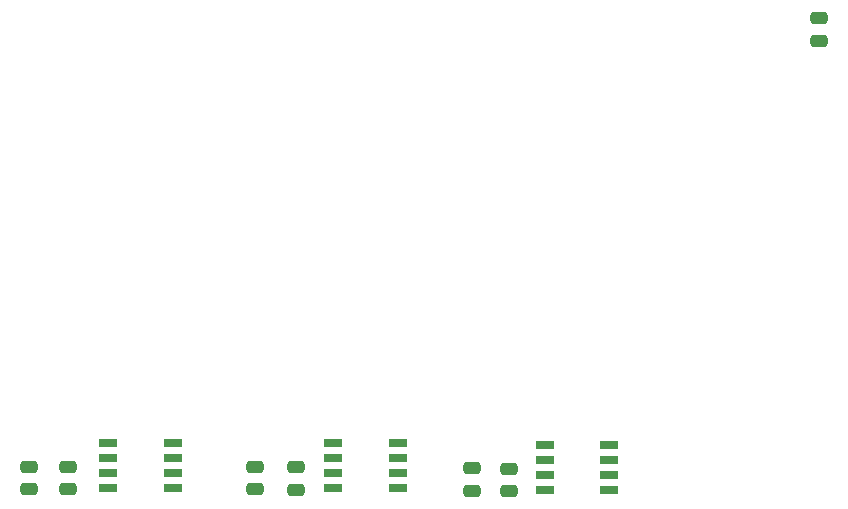
<source format=gbr>
%TF.GenerationSoftware,KiCad,Pcbnew,7.0.6*%
%TF.CreationDate,2024-01-17T13:07:11+07:00*%
%TF.ProjectId,Main,4d61696e-2e6b-4696-9361-645f70636258,rev?*%
%TF.SameCoordinates,Original*%
%TF.FileFunction,Paste,Bot*%
%TF.FilePolarity,Positive*%
%FSLAX46Y46*%
G04 Gerber Fmt 4.6, Leading zero omitted, Abs format (unit mm)*
G04 Created by KiCad (PCBNEW 7.0.6) date 2024-01-17 13:07:11*
%MOMM*%
%LPD*%
G01*
G04 APERTURE LIST*
G04 Aperture macros list*
%AMRoundRect*
0 Rectangle with rounded corners*
0 $1 Rounding radius*
0 $2 $3 $4 $5 $6 $7 $8 $9 X,Y pos of 4 corners*
0 Add a 4 corners polygon primitive as box body*
4,1,4,$2,$3,$4,$5,$6,$7,$8,$9,$2,$3,0*
0 Add four circle primitives for the rounded corners*
1,1,$1+$1,$2,$3*
1,1,$1+$1,$4,$5*
1,1,$1+$1,$6,$7*
1,1,$1+$1,$8,$9*
0 Add four rect primitives between the rounded corners*
20,1,$1+$1,$2,$3,$4,$5,0*
20,1,$1+$1,$4,$5,$6,$7,0*
20,1,$1+$1,$6,$7,$8,$9,0*
20,1,$1+$1,$8,$9,$2,$3,0*%
G04 Aperture macros list end*
%ADD10RoundRect,0.250000X0.475000X-0.250000X0.475000X0.250000X-0.475000X0.250000X-0.475000X-0.250000X0*%
%ADD11RoundRect,0.250000X-0.475000X0.250000X-0.475000X-0.250000X0.475000X-0.250000X0.475000X0.250000X0*%
%ADD12R,1.525000X0.650000*%
G04 APERTURE END LIST*
D10*
X142840000Y-138602500D03*
X142840000Y-136702500D03*
X161250000Y-138712500D03*
X161250000Y-136812500D03*
X123710000Y-138602500D03*
X123710000Y-136702500D03*
X146360000Y-138652500D03*
X146360000Y-136752500D03*
X164400000Y-138742500D03*
X164400000Y-136842500D03*
D11*
X190620000Y-98710000D03*
X190620000Y-100610000D03*
D12*
X172815226Y-134832500D03*
X172815226Y-136102500D03*
X172815226Y-137372500D03*
X172815226Y-138642500D03*
X167391226Y-138642500D03*
X167391226Y-137372500D03*
X167391226Y-136102500D03*
X167391226Y-134832500D03*
D10*
X127000000Y-138602500D03*
X127000000Y-136702500D03*
D12*
X154932000Y-134717500D03*
X154932000Y-135987500D03*
X154932000Y-137257500D03*
X154932000Y-138527500D03*
X149508000Y-138527500D03*
X149508000Y-137257500D03*
X149508000Y-135987500D03*
X149508000Y-134717500D03*
X135883226Y-134657500D03*
X135883226Y-135927500D03*
X135883226Y-137197500D03*
X135883226Y-138467500D03*
X130459226Y-138467500D03*
X130459226Y-137197500D03*
X130459226Y-135927500D03*
X130459226Y-134657500D03*
M02*

</source>
